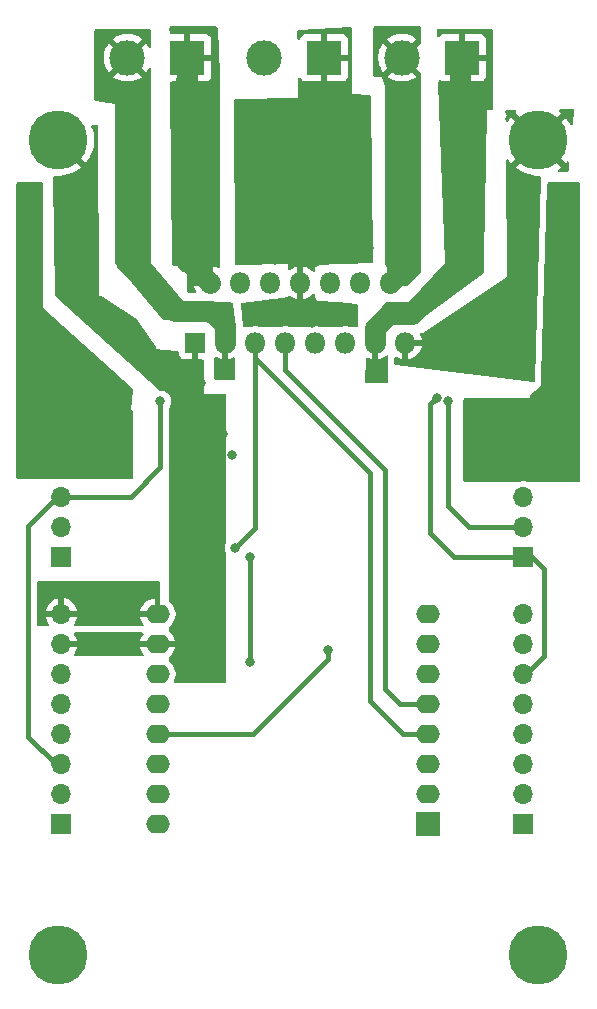
<source format=gbl>
%TF.GenerationSoftware,KiCad,Pcbnew,9.0.5*%
%TF.CreationDate,2025-11-06T15:34:49+07:00*%
%TF.ProjectId,WirelessMD,57697265-6c65-4737-934d-442e6b696361,rev?*%
%TF.SameCoordinates,Original*%
%TF.FileFunction,Copper,L2,Bot*%
%TF.FilePolarity,Positive*%
%FSLAX46Y46*%
G04 Gerber Fmt 4.6, Leading zero omitted, Abs format (unit mm)*
G04 Created by KiCad (PCBNEW 9.0.5) date 2025-11-06 15:34:49*
%MOMM*%
%LPD*%
G01*
G04 APERTURE LIST*
%TA.AperFunction,ComponentPad*%
%ADD10R,1.700000X1.700000*%
%TD*%
%TA.AperFunction,ComponentPad*%
%ADD11O,1.700000X1.700000*%
%TD*%
%TA.AperFunction,ComponentPad*%
%ADD12R,3.000000X3.000000*%
%TD*%
%TA.AperFunction,ComponentPad*%
%ADD13C,3.000000*%
%TD*%
%TA.AperFunction,ComponentPad*%
%ADD14R,2.000000X2.000000*%
%TD*%
%TA.AperFunction,ComponentPad*%
%ADD15O,2.000000X1.600000*%
%TD*%
%TA.AperFunction,ComponentPad*%
%ADD16R,1.800000X1.800000*%
%TD*%
%TA.AperFunction,ComponentPad*%
%ADD17O,1.800000X1.800000*%
%TD*%
%TA.AperFunction,ComponentPad*%
%ADD18C,0.800000*%
%TD*%
%TA.AperFunction,ComponentPad*%
%ADD19C,5.000000*%
%TD*%
%TA.AperFunction,ViaPad*%
%ADD20C,0.800000*%
%TD*%
%TA.AperFunction,Conductor*%
%ADD21C,1.800000*%
%TD*%
%TA.AperFunction,Conductor*%
%ADD22C,0.381000*%
%TD*%
G04 APERTURE END LIST*
D10*
%TO.P,J11,1,Pin_1*%
%TO.N,TX*%
X93980000Y-116063000D03*
D11*
%TO.P,J11,2,Pin_2*%
%TO.N,RX*%
X93980000Y-113523000D03*
%TO.P,J11,3,Pin_3*%
%TO.N,EN1{slash}D1*%
X93980000Y-110983000D03*
%TO.P,J11,4,Pin_4*%
%TO.N,EN2{slash}D2*%
X93980000Y-108443000D03*
%TO.P,J11,5,Pin_5*%
%TO.N,D3*%
X93980000Y-105903000D03*
%TO.P,J11,6,Pin_6*%
%TO.N,D4*%
X93980000Y-103363000D03*
%TO.P,J11,7,Pin_7*%
%TO.N,GND*%
X93980000Y-100823000D03*
%TO.P,J11,8,Pin_8*%
%TO.N,5V*%
X93980000Y-98283000D03*
%TD*%
D12*
%TO.P,J13,1,Pin_1*%
%TO.N,GND*%
X116205000Y-51181000D03*
D13*
%TO.P,J13,2,Pin_2*%
%TO.N,12_Vin*%
X111125000Y-51181000D03*
%TD*%
D14*
%TO.P,U4,1,~{RST}*%
%TO.N,RST*%
X124991000Y-116078000D03*
D15*
%TO.P,U4,2,A0*%
%TO.N,A0*%
X124991000Y-113538000D03*
%TO.P,U4,3,D0*%
%TO.N,D0*%
X124991000Y-110998000D03*
%TO.P,U4,4,SCK/D5*%
%TO.N,IN1{slash}D5*%
X124991000Y-108458000D03*
%TO.P,U4,5,MISO/D6*%
%TO.N,IN2{slash}D6*%
X124991000Y-105918000D03*
%TO.P,U4,6,MOSI/D7*%
%TO.N,IN3{slash}D7*%
X124991000Y-103378000D03*
%TO.P,U4,7,CS/D8*%
%TO.N,IN4{slash}D8*%
X124991000Y-100838000D03*
%TO.P,U4,8,3V3*%
%TO.N,3V3*%
X124991000Y-98298000D03*
%TO.P,U4,9,5V*%
%TO.N,5V*%
X102131000Y-98298000D03*
%TO.P,U4,10,GND*%
%TO.N,GND*%
X102131000Y-100838000D03*
%TO.P,U4,11,D4*%
%TO.N,D4*%
X102131000Y-103378000D03*
%TO.P,U4,12,D3*%
%TO.N,D3*%
X102131000Y-105918000D03*
%TO.P,U4,13,SDA/D2*%
%TO.N,EN2{slash}D2*%
X102131000Y-108458000D03*
%TO.P,U4,14,SCL/D1*%
%TO.N,EN1{slash}D1*%
X102131000Y-110998000D03*
%TO.P,U4,15,RX*%
%TO.N,RX*%
X102131000Y-113538000D03*
%TO.P,U4,16,TX*%
%TO.N,TX*%
X102131000Y-116078000D03*
%TD*%
D16*
%TO.P,U2,1,SENSE_A*%
%TO.N,GND*%
X105325000Y-75309000D03*
D17*
%TO.P,U2,2,OUT1*%
%TO.N,Net-(D2-Pad1)*%
X106595000Y-70229000D03*
%TO.P,U2,3,OUT2*%
%TO.N,Net-(D4-Pad1)*%
X107865000Y-75309000D03*
%TO.P,U2,4,Vs*%
%TO.N,12_Vin*%
X109135000Y-70229000D03*
%TO.P,U2,5,IN1*%
%TO.N,IN1{slash}D5*%
X110405000Y-75309000D03*
%TO.P,U2,6,EnA*%
%TO.N,EN1{slash}D1*%
X111675000Y-70229000D03*
%TO.P,U2,7,IN2*%
%TO.N,IN2{slash}D6*%
X112945000Y-75309000D03*
%TO.P,U2,8,GND*%
%TO.N,GND*%
X114215000Y-70229000D03*
%TO.P,U2,9,Vss*%
%TO.N,5V_MD*%
X115485000Y-75309000D03*
%TO.P,U2,10,IN3*%
%TO.N,IN3{slash}D7*%
X116755000Y-70229000D03*
%TO.P,U2,11,EnB*%
%TO.N,EN2{slash}D2*%
X118025000Y-75309000D03*
%TO.P,U2,12,IN4*%
%TO.N,IN4{slash}D8*%
X119295000Y-70229000D03*
%TO.P,U2,13,OUT3*%
%TO.N,Net-(D6-Pad1)*%
X120565000Y-75309000D03*
%TO.P,U2,14,OUT4*%
%TO.N,Net-(D8-Pad1)*%
X121835000Y-70229000D03*
%TO.P,U2,15,SENSE_B*%
%TO.N,GND*%
X123105000Y-75309000D03*
%TD*%
D18*
%TO.P,REF\u002A\u002A,1*%
%TO.N,GND*%
X132491000Y-58166000D03*
X133040175Y-56840175D03*
X133040175Y-59491825D03*
X134366000Y-56291000D03*
D19*
X134366000Y-58166000D03*
D18*
X134366000Y-60041000D03*
X135691825Y-56840175D03*
X135691825Y-59491825D03*
X136241000Y-58166000D03*
%TD*%
%TO.P,REF\u002A\u002A,1*%
%TO.N,GND*%
X132491000Y-127182825D03*
X133040175Y-125857000D03*
X133040175Y-128508650D03*
X134366000Y-125307825D03*
D19*
X134366000Y-127182825D03*
D18*
X134366000Y-129057825D03*
X135691825Y-125857000D03*
X135691825Y-128508650D03*
X136241000Y-127182825D03*
%TD*%
%TO.P,REF\u002A\u002A,1*%
%TO.N,GND*%
X91821000Y-127182825D03*
X92370175Y-125857000D03*
X92370175Y-128508650D03*
X93696000Y-125307825D03*
D19*
X93696000Y-127182825D03*
D18*
X93696000Y-129057825D03*
X95021825Y-125857000D03*
X95021825Y-128508650D03*
X95571000Y-127182825D03*
%TD*%
D10*
%TO.P,J8,1,Pin_1*%
%TO.N,RST*%
X133096000Y-116078000D03*
D11*
%TO.P,J8,2,Pin_2*%
%TO.N,A0*%
X133096000Y-113538000D03*
%TO.P,J8,3,Pin_3*%
%TO.N,D0*%
X133096000Y-110998000D03*
%TO.P,J8,4,Pin_4*%
%TO.N,IN1{slash}D5*%
X133096000Y-108458000D03*
%TO.P,J8,5,Pin_5*%
%TO.N,IN2{slash}D6*%
X133096000Y-105918000D03*
%TO.P,J8,6,Pin_6*%
%TO.N,IN3{slash}D7*%
X133096000Y-103378000D03*
%TO.P,J8,7,Pin_7*%
%TO.N,IN4{slash}D8*%
X133096000Y-100838000D03*
%TO.P,J8,8,Pin_8*%
%TO.N,3V3*%
X133096000Y-98298000D03*
%TD*%
D10*
%TO.P,J4,1,Pin_1*%
%TO.N,IN3{slash}D7*%
X133096000Y-93472000D03*
D11*
%TO.P,J4,2,Pin_2*%
%TO.N,IN4{slash}D8*%
X133096000Y-90932000D03*
%TO.P,J4,3,Pin_3*%
%TO.N,EN2{slash}D2*%
X133096000Y-88392000D03*
%TD*%
D10*
%TO.P,J3,1,Pin_1*%
%TO.N,IN1{slash}D5*%
X93980000Y-93472000D03*
D11*
%TO.P,J3,2,Pin_2*%
%TO.N,IN2{slash}D6*%
X93980000Y-90932000D03*
%TO.P,J3,3,Pin_3*%
%TO.N,EN1{slash}D1*%
X93980000Y-88392000D03*
%TD*%
D12*
%TO.P,J7,1,Pin_1*%
%TO.N,Net-(D6-Pad1)*%
X127889000Y-51181000D03*
D13*
%TO.P,J7,2,Pin_2*%
%TO.N,Net-(D8-Pad1)*%
X122809000Y-51181000D03*
%TD*%
D18*
%TO.P,REF\u002A\u002A,1*%
%TO.N,GND*%
X91851000Y-58166000D03*
X92400175Y-56840175D03*
X92400175Y-59491825D03*
X93726000Y-56291000D03*
D19*
X93726000Y-58166000D03*
D18*
X93726000Y-60041000D03*
X95051825Y-56840175D03*
X95051825Y-59491825D03*
X95601000Y-58166000D03*
%TD*%
D12*
%TO.P,J6,1,Pin_1*%
%TO.N,Net-(D2-Pad1)*%
X104648000Y-51181000D03*
D13*
%TO.P,J6,2,Pin_2*%
%TO.N,Net-(D4-Pad1)*%
X99568000Y-51181000D03*
%TD*%
D20*
%TO.N,GND*%
X113995200Y-66344800D03*
X104140000Y-78740000D03*
X106934000Y-84074000D03*
X129387600Y-74676000D03*
X105029000Y-77470000D03*
X96012000Y-101346000D03*
X107442000Y-85852000D03*
X97663000Y-74549000D03*
X117094000Y-73406000D03*
X131826000Y-74676000D03*
X106172000Y-100838000D03*
X103632000Y-77343000D03*
X115570000Y-68478400D03*
X130606800Y-74676000D03*
X115265200Y-72440800D03*
X99060000Y-74549000D03*
X114858800Y-67411600D03*
X104648000Y-102108000D03*
X97790000Y-100330000D03*
X105791000Y-78740000D03*
X112064800Y-68275200D03*
X120040400Y-67310000D03*
X112318800Y-67360800D03*
X99060000Y-100330000D03*
X106172000Y-102108000D03*
X99822000Y-101346000D03*
X98552000Y-101346000D03*
X116281200Y-67411600D03*
X100330000Y-74549000D03*
X113588800Y-67411600D03*
X104648000Y-103632000D03*
X107696000Y-83058000D03*
X117602000Y-66395600D03*
X117094000Y-72390000D03*
X115925600Y-66294000D03*
X111556800Y-73558400D03*
X119938800Y-66294000D03*
X104648000Y-100838000D03*
X97282000Y-101346000D03*
X113284000Y-73406000D03*
X106172000Y-103632000D03*
X113487200Y-72390000D03*
X108458000Y-84836000D03*
X117449600Y-67310000D03*
X103632000Y-84074000D03*
X96520000Y-100330000D03*
X128117600Y-74625200D03*
X118668800Y-67310000D03*
X115163600Y-73609200D03*
%TO.N,5V*%
X97790000Y-96266000D03*
X99060000Y-97282000D03*
X96774000Y-97282000D03*
X97790000Y-98552000D03*
X95504000Y-96266000D03*
X99568000Y-98552000D03*
X96012000Y-98552000D03*
X100076000Y-96266000D03*
%TO.N,Net-(D2-Pad1)*%
X104670000Y-68304000D03*
%TO.N,12_Vin*%
X136906000Y-85852000D03*
X90932000Y-68834000D03*
X94488000Y-84328000D03*
X134112000Y-84582000D03*
X91948000Y-85852000D03*
X131064000Y-84582000D03*
X130302000Y-85852000D03*
X136398000Y-63500000D03*
X91186000Y-65024000D03*
X93726000Y-85852000D03*
X135890000Y-84582000D03*
X96012000Y-84328000D03*
X132080000Y-85852000D03*
X132588000Y-84582000D03*
X92710000Y-84328000D03*
X133604000Y-85852000D03*
X91186000Y-84328000D03*
X136906000Y-80010000D03*
X91186000Y-63754000D03*
X90932000Y-79502000D03*
X91186000Y-62484000D03*
X128778000Y-85852000D03*
X137414000Y-84582000D03*
X129540000Y-84582000D03*
X96774000Y-85852000D03*
X97536000Y-84328000D03*
X135128000Y-85852000D03*
X136906000Y-69088000D03*
X136398000Y-64770000D03*
X136398000Y-62484000D03*
X95250000Y-85852000D03*
%TO.N,Net-(D4-Pad1)*%
X107865000Y-77301000D03*
%TO.N,Net-(D6-Pad1)*%
X120565000Y-77301000D03*
%TO.N,Net-(D8-Pad1)*%
X123337000Y-68727000D03*
%TO.N,IN1{slash}D5*%
X108712000Y-92710000D03*
%TO.N,IN2{slash}D6*%
X109982000Y-102362000D03*
X109982000Y-93472000D03*
%TO.N,EN1{slash}D1*%
X102362000Y-80264000D03*
%TO.N,IN3{slash}D7*%
X125797495Y-79947232D03*
%TO.N,IN4{slash}D8*%
X126746000Y-80264000D03*
%TO.N,EN2{slash}D2*%
X116586000Y-101346000D03*
%TD*%
D21*
%TO.N,GND*%
X116078000Y-51308000D02*
X116205000Y-51181000D01*
%TO.N,Net-(D2-Pad1)*%
X104819000Y-68453000D02*
X104648000Y-68453000D01*
X104648000Y-52959000D02*
X104648000Y-51181000D01*
X104521000Y-53086000D02*
X104648000Y-52959000D01*
X104521000Y-68326000D02*
X104521000Y-53086000D01*
X104648000Y-68453000D02*
X104521000Y-68326000D01*
X106595000Y-70229000D02*
X104819000Y-68453000D01*
%TO.N,Net-(D4-Pad1)*%
X107865000Y-73829000D02*
X106680000Y-72644000D01*
X107865000Y-75309000D02*
X107865000Y-73829000D01*
X103632000Y-72644000D02*
X99441000Y-68453000D01*
X106680000Y-72644000D02*
X103632000Y-72644000D01*
%TO.N,Net-(D6-Pad1)*%
X120565000Y-74036208D02*
X121703208Y-72898000D01*
X123698000Y-72898000D02*
X127635000Y-68961000D01*
X127762000Y-51308000D02*
X127889000Y-51181000D01*
X127762000Y-68834000D02*
X127762000Y-51308000D01*
X121703208Y-72898000D02*
X123698000Y-72898000D01*
X120565000Y-75309000D02*
X120565000Y-74036208D01*
%TO.N,Net-(D8-Pad1)*%
X121835000Y-70229000D02*
X122682000Y-69382000D01*
X122682000Y-51308000D02*
X122809000Y-51181000D01*
D22*
%TO.N,IN1{slash}D5*%
X110405000Y-76623000D02*
X110405000Y-75309000D01*
X122936000Y-108458000D02*
X120142000Y-105664000D01*
X120142000Y-105664000D02*
X120142000Y-86360000D01*
X124991000Y-108458000D02*
X122936000Y-108458000D01*
X110405000Y-91017000D02*
X110405000Y-75309000D01*
X108712000Y-92710000D02*
X110405000Y-91017000D01*
X120142000Y-86360000D02*
X110405000Y-76623000D01*
%TO.N,IN2{slash}D6*%
X124991000Y-105918000D02*
X122682000Y-105918000D01*
X122682000Y-105918000D02*
X121412000Y-104648000D01*
X109982000Y-93472000D02*
X109982000Y-102362000D01*
X121412000Y-86055200D02*
X112945000Y-77588200D01*
X112945000Y-77588200D02*
X112945000Y-75309000D01*
X121412000Y-104648000D02*
X121412000Y-86055200D01*
%TO.N,EN1{slash}D1*%
X99837000Y-88392000D02*
X93980000Y-88392000D01*
X102362000Y-80264000D02*
X102362000Y-85867000D01*
X93507800Y-110983000D02*
X93980000Y-110983000D01*
X91186000Y-108661200D02*
X93507800Y-110983000D01*
X102362000Y-85867000D02*
X99837000Y-88392000D01*
X93624400Y-88392000D02*
X91186000Y-90830400D01*
X91186000Y-90830400D02*
X91186000Y-108661200D01*
X93980000Y-88392000D02*
X93624400Y-88392000D01*
%TO.N,IN3{slash}D7*%
X133858000Y-93472000D02*
X134874000Y-94488000D01*
X134874000Y-94488000D02*
X134874000Y-101854000D01*
X125222000Y-91440000D02*
X127254000Y-93472000D01*
X125797495Y-79947232D02*
X125222000Y-80522727D01*
X125222000Y-80522727D02*
X125222000Y-91440000D01*
X127254000Y-93472000D02*
X133858000Y-93472000D01*
X134874000Y-101854000D02*
X133350000Y-103378000D01*
%TO.N,IN4{slash}D8*%
X128524000Y-90932000D02*
X133096000Y-90932000D01*
X126746000Y-80264000D02*
X126746000Y-89154000D01*
X126746000Y-89154000D02*
X128524000Y-90932000D01*
%TO.N,EN2{slash}D2*%
X116586000Y-101346000D02*
X116586000Y-102108000D01*
X116586000Y-102108000D02*
X110236000Y-108458000D01*
X110236000Y-108458000D02*
X102131000Y-108458000D01*
%TD*%
%TA.AperFunction,Conductor*%
%TO.N,GND*%
G36*
X114469000Y-71614320D02*
G01*
X114544709Y-71602329D01*
X114544711Y-71602329D01*
X114755483Y-71533844D01*
X114755485Y-71533843D01*
X114952956Y-71433227D01*
X115132251Y-71302961D01*
X115226494Y-71208718D01*
X115288806Y-71174693D01*
X115359622Y-71179757D01*
X115416458Y-71222303D01*
X115436742Y-71263198D01*
X115569999Y-71729600D01*
X115721924Y-71738040D01*
X117393118Y-71830884D01*
X117404435Y-71832028D01*
X119018333Y-72069366D01*
X119082818Y-72099066D01*
X119121010Y-72158915D01*
X119126000Y-72194025D01*
X119126000Y-73889600D01*
X119105998Y-73957721D01*
X119052342Y-74004214D01*
X119000000Y-74015600D01*
X118619295Y-74015600D01*
X118570911Y-74003981D01*
X118570247Y-74005586D01*
X118565682Y-74003695D01*
X118565676Y-74003692D01*
X118469194Y-73972343D01*
X118354829Y-73935183D01*
X118354825Y-73935182D01*
X118354824Y-73935182D01*
X118135851Y-73900500D01*
X117914149Y-73900500D01*
X117695176Y-73935182D01*
X117695170Y-73935183D01*
X117484327Y-74003691D01*
X117484324Y-74003692D01*
X117484321Y-74003693D01*
X117479753Y-74005586D01*
X117479088Y-74003981D01*
X117430705Y-74015600D01*
X116079295Y-74015600D01*
X116030911Y-74003981D01*
X116030247Y-74005586D01*
X116025682Y-74003695D01*
X116025676Y-74003692D01*
X115929194Y-73972343D01*
X115814829Y-73935183D01*
X115814825Y-73935182D01*
X115814824Y-73935182D01*
X115595851Y-73900500D01*
X115374149Y-73900500D01*
X115155176Y-73935182D01*
X115155170Y-73935183D01*
X114944327Y-74003691D01*
X114944324Y-74003692D01*
X114944321Y-74003693D01*
X114939753Y-74005586D01*
X114939088Y-74003981D01*
X114890705Y-74015600D01*
X113539295Y-74015600D01*
X113490911Y-74003981D01*
X113490247Y-74005586D01*
X113485682Y-74003695D01*
X113485676Y-74003692D01*
X113389194Y-73972343D01*
X113274829Y-73935183D01*
X113274825Y-73935182D01*
X113274824Y-73935182D01*
X113055851Y-73900500D01*
X112834149Y-73900500D01*
X112615176Y-73935182D01*
X112615170Y-73935183D01*
X112404327Y-74003691D01*
X112404324Y-74003692D01*
X112404321Y-74003693D01*
X112399753Y-74005586D01*
X112399088Y-74003981D01*
X112350705Y-74015600D01*
X110999295Y-74015600D01*
X110950911Y-74003981D01*
X110950247Y-74005586D01*
X110945682Y-74003695D01*
X110945676Y-74003692D01*
X110849194Y-73972343D01*
X110734829Y-73935183D01*
X110734825Y-73935182D01*
X110734824Y-73935182D01*
X110515851Y-73900500D01*
X110294149Y-73900500D01*
X110075176Y-73935182D01*
X110075170Y-73935183D01*
X109864327Y-74003691D01*
X109864324Y-74003692D01*
X109864321Y-74003693D01*
X109859753Y-74005586D01*
X109859088Y-74003981D01*
X109810705Y-74015600D01*
X109438717Y-74015600D01*
X109370596Y-73995598D01*
X109324103Y-73941942D01*
X109313053Y-73898795D01*
X109178018Y-72053314D01*
X109192996Y-71983915D01*
X109243115Y-71933631D01*
X109289237Y-71918949D01*
X111279085Y-71689351D01*
X111721274Y-71638330D01*
X111728465Y-71637500D01*
X111785851Y-71637500D01*
X111939843Y-71613109D01*
X113131600Y-71475600D01*
X113131600Y-71429536D01*
X113151602Y-71361415D01*
X113205258Y-71314922D01*
X113275532Y-71304818D01*
X113331661Y-71327600D01*
X113477043Y-71433227D01*
X113674514Y-71533843D01*
X113674516Y-71533844D01*
X113885289Y-71602329D01*
X113961000Y-71614320D01*
X113961000Y-70659702D01*
X114022007Y-70694925D01*
X114149174Y-70729000D01*
X114280826Y-70729000D01*
X114407993Y-70694925D01*
X114469000Y-70659702D01*
X114469000Y-71614320D01*
G37*
%TD.AperFunction*%
%TA.AperFunction,Conductor*%
G36*
X118503403Y-48588336D02*
G01*
X118552769Y-48639361D01*
X118567200Y-48697912D01*
X118567200Y-54254400D01*
X120072470Y-54301439D01*
X120139930Y-54323560D01*
X120184725Y-54378641D01*
X120194519Y-54425578D01*
X120394248Y-68406560D01*
X120375221Y-68474960D01*
X120322235Y-68522214D01*
X120273452Y-68534253D01*
X115468400Y-68732399D01*
X115448812Y-69173127D01*
X115425805Y-69240292D01*
X115370138Y-69284357D01*
X115299484Y-69291330D01*
X115236277Y-69258999D01*
X115233841Y-69256627D01*
X115132253Y-69155039D01*
X114952956Y-69024772D01*
X114755485Y-68924156D01*
X114755483Y-68924155D01*
X114544709Y-68855669D01*
X114469000Y-68843678D01*
X114469000Y-69798297D01*
X114407993Y-69763075D01*
X114280826Y-69729000D01*
X114149174Y-69729000D01*
X114022007Y-69763075D01*
X113961000Y-69798297D01*
X113961000Y-68843678D01*
X113885290Y-68855669D01*
X113674516Y-68924155D01*
X113674514Y-68924156D01*
X113477043Y-69024772D01*
X113331661Y-69130399D01*
X113264793Y-69154258D01*
X113195642Y-69138177D01*
X113146161Y-69087263D01*
X113131600Y-69028463D01*
X113131600Y-68681599D01*
X108787712Y-68730962D01*
X108719368Y-68711735D01*
X108672269Y-68658611D01*
X108660283Y-68605883D01*
X108659764Y-68534253D01*
X108560502Y-54836181D01*
X108580010Y-54767920D01*
X108633328Y-54721040D01*
X108684164Y-54709293D01*
X114046000Y-54610000D01*
X114017557Y-52988767D01*
X114036360Y-52920311D01*
X114089192Y-52872884D01*
X114159278Y-52861549D01*
X114224366Y-52889905D01*
X114248965Y-52919888D01*
X114249153Y-52919748D01*
X114252299Y-52923951D01*
X114254124Y-52926175D01*
X114254554Y-52926963D01*
X114342095Y-53043904D01*
X114459034Y-53131444D01*
X114595906Y-53182494D01*
X114656402Y-53188999D01*
X114656415Y-53189000D01*
X115951000Y-53189000D01*
X115951000Y-51898407D01*
X115983316Y-51911793D01*
X116130147Y-51941000D01*
X116279853Y-51941000D01*
X116426684Y-51911793D01*
X116459000Y-51898407D01*
X116459000Y-53189000D01*
X117753585Y-53189000D01*
X117753597Y-53188999D01*
X117814093Y-53182494D01*
X117950964Y-53131444D01*
X117950965Y-53131444D01*
X118067904Y-53043904D01*
X118155444Y-52926965D01*
X118155444Y-52926964D01*
X118206494Y-52790093D01*
X118212999Y-52729597D01*
X118213000Y-52729585D01*
X118213000Y-51435000D01*
X116922407Y-51435000D01*
X116935793Y-51402684D01*
X116965000Y-51255853D01*
X116965000Y-51106147D01*
X116935793Y-50959316D01*
X116922407Y-50927000D01*
X118213000Y-50927000D01*
X118213000Y-49632414D01*
X118212999Y-49632402D01*
X118206494Y-49571906D01*
X118155444Y-49435035D01*
X118155444Y-49435034D01*
X118067904Y-49318095D01*
X117950965Y-49230555D01*
X117814093Y-49179505D01*
X117753597Y-49173000D01*
X116459000Y-49173000D01*
X116459000Y-50463592D01*
X116426684Y-50450207D01*
X116279853Y-50421000D01*
X116130147Y-50421000D01*
X115983316Y-50450207D01*
X115951000Y-50463592D01*
X115951000Y-49173000D01*
X114656402Y-49173000D01*
X114595906Y-49179505D01*
X114459035Y-49230555D01*
X114459034Y-49230555D01*
X114342095Y-49318095D01*
X114254555Y-49435034D01*
X114254553Y-49435039D01*
X114201030Y-49578538D01*
X114158483Y-49635374D01*
X114091963Y-49660184D01*
X114022589Y-49645092D01*
X113972387Y-49594890D01*
X113956995Y-49536719D01*
X113946529Y-48940159D01*
X113965334Y-48871699D01*
X114018165Y-48824272D01*
X114065592Y-48812141D01*
X118434290Y-48572102D01*
X118503403Y-48588336D01*
G37*
%TD.AperFunction*%
%TD*%
%TA.AperFunction,Conductor*%
%TO.N,GND*%
G36*
X133412554Y-58980320D02*
G01*
X133551680Y-59119446D01*
X133679149Y-59212058D01*
X132425405Y-60465802D01*
X132425405Y-60465804D01*
X132622613Y-60623072D01*
X132908677Y-60802819D01*
X133213064Y-60949404D01*
X133213091Y-60949415D01*
X133531960Y-61060992D01*
X133861342Y-61136172D01*
X134197073Y-61174000D01*
X134462798Y-61174000D01*
X134530919Y-61194002D01*
X134577412Y-61247658D01*
X134588736Y-61303952D01*
X134047787Y-78540970D01*
X134025658Y-78608430D01*
X133970570Y-78653217D01*
X133906436Y-78662072D01*
X122284587Y-77229630D01*
X122219424Y-77201445D01*
X122179844Y-77142505D01*
X122174000Y-77104576D01*
X122174000Y-76619919D01*
X122194002Y-76551798D01*
X122247658Y-76505305D01*
X122317932Y-76495201D01*
X122362484Y-76511279D01*
X122362636Y-76510982D01*
X122365006Y-76512189D01*
X122365844Y-76512492D01*
X122367048Y-76513230D01*
X122564514Y-76613843D01*
X122564516Y-76613844D01*
X122775289Y-76682329D01*
X122851000Y-76694320D01*
X122851000Y-75739702D01*
X122912007Y-75774925D01*
X123039174Y-75809000D01*
X123170826Y-75809000D01*
X123297993Y-75774925D01*
X123359000Y-75739702D01*
X123359000Y-76694320D01*
X123434709Y-76682329D01*
X123434711Y-76682329D01*
X123645483Y-76613844D01*
X123645485Y-76613843D01*
X123842956Y-76513227D01*
X124022253Y-76382960D01*
X124178960Y-76226253D01*
X124309227Y-76046956D01*
X124409843Y-75849485D01*
X124409844Y-75849483D01*
X124478330Y-75638709D01*
X124490322Y-75563000D01*
X123535703Y-75563000D01*
X123570925Y-75501993D01*
X123605000Y-75374826D01*
X123605000Y-75243174D01*
X123570925Y-75116007D01*
X123535703Y-75055000D01*
X124490321Y-75055000D01*
X124478330Y-74979290D01*
X124409844Y-74768516D01*
X124409843Y-74768514D01*
X124350826Y-74652685D01*
X124337722Y-74582908D01*
X124364422Y-74517123D01*
X124422450Y-74476217D01*
X124465702Y-74469509D01*
X124576823Y-74471813D01*
X131688823Y-69772813D01*
X131603935Y-59862417D01*
X131623352Y-59794131D01*
X131676608Y-59747180D01*
X131746793Y-59736474D01*
X131811624Y-59765413D01*
X131836617Y-59794305D01*
X131908927Y-59909386D01*
X132066194Y-60106593D01*
X132066196Y-60106593D01*
X132730692Y-59442097D01*
X132790175Y-59442097D01*
X132790175Y-59541553D01*
X132828235Y-59633439D01*
X132898561Y-59703765D01*
X132990447Y-59741825D01*
X133089903Y-59741825D01*
X133181789Y-59703765D01*
X133252115Y-59633439D01*
X133290175Y-59541553D01*
X133290175Y-59442097D01*
X133252115Y-59350211D01*
X133181789Y-59279885D01*
X133089903Y-59241825D01*
X132990447Y-59241825D01*
X132898561Y-59279885D01*
X132828235Y-59350211D01*
X132790175Y-59442097D01*
X132730692Y-59442097D01*
X133319940Y-58852849D01*
X133412554Y-58980320D01*
G37*
%TD.AperFunction*%
%TA.AperFunction,Conductor*%
G36*
X136665803Y-60106594D02*
G01*
X136753036Y-59997208D01*
X136811147Y-59956420D01*
X136882085Y-59953525D01*
X136943327Y-59989440D01*
X136975429Y-60052764D01*
X136976979Y-60087714D01*
X136916329Y-60724543D01*
X136889959Y-60790460D01*
X136832137Y-60831657D01*
X136797189Y-60838440D01*
X136159266Y-60870336D01*
X136090232Y-60853760D01*
X136041117Y-60802493D01*
X136027517Y-60732812D01*
X136053748Y-60666839D01*
X136085940Y-60637805D01*
X136109382Y-60623075D01*
X136306594Y-60465803D01*
X135282888Y-59442097D01*
X135441825Y-59442097D01*
X135441825Y-59541553D01*
X135479885Y-59633439D01*
X135550211Y-59703765D01*
X135642097Y-59741825D01*
X135741553Y-59741825D01*
X135833439Y-59703765D01*
X135903765Y-59633439D01*
X135941825Y-59541553D01*
X135941825Y-59442097D01*
X135903765Y-59350211D01*
X135833439Y-59279885D01*
X135741553Y-59241825D01*
X135642097Y-59241825D01*
X135550211Y-59279885D01*
X135479885Y-59350211D01*
X135441825Y-59442097D01*
X135282888Y-59442097D01*
X135052850Y-59212059D01*
X135180320Y-59119446D01*
X135319446Y-58980320D01*
X135412059Y-58852850D01*
X136665803Y-60106594D01*
G37*
%TD.AperFunction*%
%TA.AperFunction,Conductor*%
G36*
X132457587Y-55624461D02*
G01*
X132505211Y-55677115D01*
X132516808Y-55747159D01*
X132488695Y-55812352D01*
X132470297Y-55830395D01*
X132425405Y-55866194D01*
X132425405Y-55866196D01*
X133679149Y-57119940D01*
X133551680Y-57212554D01*
X133412554Y-57351680D01*
X133319940Y-57479149D01*
X132631238Y-56790447D01*
X132790175Y-56790447D01*
X132790175Y-56889903D01*
X132828235Y-56981789D01*
X132898561Y-57052115D01*
X132990447Y-57090175D01*
X133089903Y-57090175D01*
X133181789Y-57052115D01*
X133252115Y-56981789D01*
X133290175Y-56889903D01*
X133290175Y-56790447D01*
X133252115Y-56698561D01*
X133181789Y-56628235D01*
X133089903Y-56590175D01*
X132990447Y-56590175D01*
X132898561Y-56628235D01*
X132828235Y-56698561D01*
X132790175Y-56790447D01*
X132631238Y-56790447D01*
X132066196Y-56225405D01*
X132066195Y-56225405D01*
X131908930Y-56422609D01*
X131807965Y-56583294D01*
X131807885Y-56583364D01*
X131807856Y-56583467D01*
X131781388Y-56606801D01*
X131754786Y-56630331D01*
X131754680Y-56630347D01*
X131754600Y-56630418D01*
X131719549Y-56635764D01*
X131684619Y-56641151D01*
X131684521Y-56641107D01*
X131684415Y-56641124D01*
X131651888Y-56626604D01*
X131619741Y-56612318D01*
X131619682Y-56612228D01*
X131619584Y-56612185D01*
X131600025Y-56582317D01*
X131580750Y-56552986D01*
X131580729Y-56552849D01*
X131580690Y-56552790D01*
X131575283Y-56517336D01*
X131573132Y-56266260D01*
X131592549Y-56197975D01*
X131645805Y-56151024D01*
X131704161Y-56139286D01*
X131726576Y-56140183D01*
X131544706Y-55808073D01*
X131529531Y-55738719D01*
X131554261Y-55672169D01*
X131611045Y-55629553D01*
X131652539Y-55621584D01*
X132389059Y-55605913D01*
X132457587Y-55624461D01*
G37*
%TD.AperFunction*%
%TA.AperFunction,Conductor*%
G36*
X137340997Y-55520559D02*
G01*
X137388620Y-55573214D01*
X137400578Y-55639928D01*
X137292774Y-56771859D01*
X137266404Y-56837777D01*
X137208582Y-56878973D01*
X137137667Y-56882369D01*
X137076173Y-56846885D01*
X137053820Y-56814582D01*
X137002819Y-56708677D01*
X136823072Y-56422613D01*
X136665804Y-56225405D01*
X136665802Y-56225405D01*
X135412058Y-57479149D01*
X135319446Y-57351680D01*
X135180320Y-57212554D01*
X135052849Y-57119940D01*
X135382342Y-56790447D01*
X135441825Y-56790447D01*
X135441825Y-56889903D01*
X135479885Y-56981789D01*
X135550211Y-57052115D01*
X135642097Y-57090175D01*
X135741553Y-57090175D01*
X135833439Y-57052115D01*
X135903765Y-56981789D01*
X135941825Y-56889903D01*
X135941825Y-56790447D01*
X135903765Y-56698561D01*
X135833439Y-56628235D01*
X135741553Y-56590175D01*
X135642097Y-56590175D01*
X135550211Y-56628235D01*
X135479885Y-56698561D01*
X135441825Y-56790447D01*
X135382342Y-56790447D01*
X136306593Y-55866196D01*
X136306593Y-55866194D01*
X136159093Y-55748567D01*
X136118305Y-55690456D01*
X136115410Y-55619518D01*
X136151325Y-55558276D01*
X136214649Y-55526174D01*
X136234964Y-55524085D01*
X137272467Y-55502011D01*
X137340997Y-55520559D01*
G37*
%TD.AperFunction*%
%TD*%
%TA.AperFunction,Conductor*%
%TO.N,Net-(D6-Pad1)*%
G36*
X120819000Y-76694320D02*
G01*
X120894709Y-76682329D01*
X120894711Y-76682329D01*
X121105483Y-76613844D01*
X121105485Y-76613843D01*
X121302956Y-76513227D01*
X121465939Y-76394813D01*
X121532806Y-76370955D01*
X121601958Y-76387035D01*
X121651438Y-76437949D01*
X121666000Y-76496749D01*
X121666000Y-78614000D01*
X121645998Y-78682121D01*
X121592342Y-78728614D01*
X121540000Y-78740000D01*
X119766806Y-78740000D01*
X119698685Y-78719998D01*
X119652192Y-78666342D01*
X119640980Y-78607378D01*
X119742984Y-76669294D01*
X119766538Y-76602323D01*
X119822563Y-76558715D01*
X119893271Y-76552318D01*
X119926012Y-76563654D01*
X120024514Y-76613843D01*
X120024516Y-76613844D01*
X120235289Y-76682329D01*
X120311000Y-76694320D01*
X120311000Y-75739702D01*
X120372007Y-75774925D01*
X120499174Y-75809000D01*
X120630826Y-75809000D01*
X120757993Y-75774925D01*
X120819000Y-75739702D01*
X120819000Y-76694320D01*
G37*
%TD.AperFunction*%
%TA.AperFunction,Conductor*%
G36*
X130498121Y-48788002D02*
G01*
X130544614Y-48841658D01*
X130556000Y-48894000D01*
X130556000Y-55500000D01*
X130535998Y-55568121D01*
X130482342Y-55614614D01*
X130430000Y-55626000D01*
X130048000Y-55626000D01*
X129794000Y-68072011D01*
X129794000Y-69278448D01*
X129773998Y-69346569D01*
X129742893Y-69379774D01*
X123979272Y-73639842D01*
X123918293Y-73663745D01*
X121666000Y-73913999D01*
X121666000Y-74121250D01*
X121645998Y-74189371D01*
X121592342Y-74235864D01*
X121522068Y-74245968D01*
X121465939Y-74223186D01*
X121302956Y-74104772D01*
X121105485Y-74004156D01*
X121105483Y-74004155D01*
X120894709Y-73935669D01*
X120819000Y-73923678D01*
X120819000Y-74878297D01*
X120757993Y-74843075D01*
X120630826Y-74809000D01*
X120499174Y-74809000D01*
X120372007Y-74843075D01*
X120311000Y-74878297D01*
X120311000Y-73923678D01*
X120235288Y-73935670D01*
X120133173Y-73968849D01*
X120062205Y-73970876D01*
X120001407Y-73934214D01*
X119970082Y-73870501D01*
X119978176Y-73799967D01*
X119993433Y-73773421D01*
X121374200Y-71932400D01*
X121431074Y-71889905D01*
X121475000Y-71882000D01*
X123444000Y-71882000D01*
X126491999Y-68580001D01*
X126492000Y-68580000D01*
X125900712Y-53206529D01*
X125918081Y-53137692D01*
X125969910Y-53089172D01*
X126039744Y-53076374D01*
X126102129Y-53100822D01*
X126143033Y-53131443D01*
X126143035Y-53131444D01*
X126279906Y-53182494D01*
X126340402Y-53188999D01*
X126340415Y-53189000D01*
X127635000Y-53189000D01*
X127635000Y-51898407D01*
X127667316Y-51911793D01*
X127814147Y-51941000D01*
X127963853Y-51941000D01*
X128110684Y-51911793D01*
X128143000Y-51898407D01*
X128143000Y-53189000D01*
X129437585Y-53189000D01*
X129437597Y-53188999D01*
X129498093Y-53182494D01*
X129634964Y-53131444D01*
X129634965Y-53131444D01*
X129751904Y-53043904D01*
X129839444Y-52926965D01*
X129839444Y-52926964D01*
X129890494Y-52790093D01*
X129896999Y-52729597D01*
X129897000Y-52729585D01*
X129897000Y-51435000D01*
X128606407Y-51435000D01*
X128619793Y-51402684D01*
X128649000Y-51255853D01*
X128649000Y-51106147D01*
X128619793Y-50959316D01*
X128606407Y-50927000D01*
X129897000Y-50927000D01*
X129897000Y-49632414D01*
X129896999Y-49632402D01*
X129890494Y-49571906D01*
X129839444Y-49435035D01*
X129839444Y-49435034D01*
X129751904Y-49318095D01*
X129634965Y-49230555D01*
X129498093Y-49179505D01*
X129437597Y-49173000D01*
X128143000Y-49173000D01*
X128143000Y-50463592D01*
X128110684Y-50450207D01*
X127963853Y-50421000D01*
X127814147Y-50421000D01*
X127667316Y-50450207D01*
X127635000Y-50463592D01*
X127635000Y-49173000D01*
X126340402Y-49173000D01*
X126279906Y-49179505D01*
X126143035Y-49230555D01*
X126143034Y-49230555D01*
X126026094Y-49318096D01*
X125977699Y-49382744D01*
X125920863Y-49425290D01*
X125850047Y-49430354D01*
X125787735Y-49396328D01*
X125753711Y-49334016D01*
X125750926Y-49312087D01*
X125735032Y-48898840D01*
X125752401Y-48830003D01*
X125804231Y-48781483D01*
X125860939Y-48768000D01*
X130430000Y-48768000D01*
X130498121Y-48788002D01*
G37*
%TD.AperFunction*%
%TD*%
%TA.AperFunction,Conductor*%
%TO.N,Net-(D2-Pad1)*%
G36*
X107137750Y-48534002D02*
G01*
X107184243Y-48587658D01*
X107195383Y-48632138D01*
X107441755Y-52574080D01*
X107442000Y-52581940D01*
X107442000Y-68874719D01*
X107421998Y-68942840D01*
X107368342Y-68989333D01*
X107298068Y-68999437D01*
X107258798Y-68986986D01*
X107135491Y-68924158D01*
X107135483Y-68924155D01*
X106924709Y-68855669D01*
X106849000Y-68843678D01*
X106849000Y-69798297D01*
X106787993Y-69763075D01*
X106660826Y-69729000D01*
X106529174Y-69729000D01*
X106402007Y-69763075D01*
X106341000Y-69798297D01*
X106341000Y-68843678D01*
X106265290Y-68855669D01*
X106054516Y-68924155D01*
X106054514Y-68924156D01*
X105857043Y-69024772D01*
X105677746Y-69155039D01*
X105521039Y-69311746D01*
X105390772Y-69491043D01*
X105290156Y-69688514D01*
X105290155Y-69688516D01*
X105221669Y-69899290D01*
X105209678Y-69975000D01*
X106164297Y-69975000D01*
X106129075Y-70036007D01*
X106095000Y-70163174D01*
X106095000Y-70294826D01*
X106129075Y-70421993D01*
X106164297Y-70483000D01*
X105209678Y-70483000D01*
X105221669Y-70558709D01*
X105290155Y-70769483D01*
X105290158Y-70769491D01*
X105375405Y-70936798D01*
X105388509Y-71006574D01*
X105361809Y-71072359D01*
X105303781Y-71113265D01*
X105263138Y-71120000D01*
X104774000Y-71120000D01*
X104705879Y-71099998D01*
X104659386Y-71046342D01*
X104648000Y-70994000D01*
X104648000Y-68834000D01*
X103502435Y-68834000D01*
X103434314Y-68813998D01*
X103387821Y-68760342D01*
X103376445Y-68709575D01*
X103184033Y-53316575D01*
X103203182Y-53248209D01*
X103256252Y-53201050D01*
X103310023Y-53189000D01*
X104394000Y-53189000D01*
X104394000Y-51898407D01*
X104426316Y-51911793D01*
X104573147Y-51941000D01*
X104722853Y-51941000D01*
X104869684Y-51911793D01*
X104902000Y-51898407D01*
X104902000Y-53189000D01*
X106196585Y-53189000D01*
X106196597Y-53188999D01*
X106257093Y-53182494D01*
X106393964Y-53131444D01*
X106393965Y-53131444D01*
X106510904Y-53043904D01*
X106598444Y-52926965D01*
X106598444Y-52926964D01*
X106649494Y-52790093D01*
X106655999Y-52729597D01*
X106656000Y-52729585D01*
X106656000Y-51435000D01*
X105365407Y-51435000D01*
X105378793Y-51402684D01*
X105408000Y-51255853D01*
X105408000Y-51106147D01*
X105378793Y-50959316D01*
X105365407Y-50927000D01*
X106656000Y-50927000D01*
X106656000Y-49632414D01*
X106655999Y-49632402D01*
X106649494Y-49571906D01*
X106598444Y-49435035D01*
X106598444Y-49435034D01*
X106510904Y-49318095D01*
X106393965Y-49230555D01*
X106257093Y-49179505D01*
X106196597Y-49173000D01*
X104902000Y-49173000D01*
X104902000Y-50463592D01*
X104869684Y-50450207D01*
X104722853Y-50421000D01*
X104573147Y-50421000D01*
X104426316Y-50450207D01*
X104394000Y-50463592D01*
X104394000Y-49173000D01*
X103256673Y-49173000D01*
X103188552Y-49152998D01*
X103142059Y-49099342D01*
X103130683Y-49048575D01*
X103125595Y-48641575D01*
X103144744Y-48573210D01*
X103197814Y-48526050D01*
X103251585Y-48514000D01*
X107069629Y-48514000D01*
X107137750Y-48534002D01*
G37*
%TD.AperFunction*%
%TD*%
%TA.AperFunction,Conductor*%
%TO.N,5V*%
G36*
X102304121Y-95524002D02*
G01*
X102350614Y-95577658D01*
X102362000Y-95630000D01*
X102362000Y-97854018D01*
X102323993Y-97832075D01*
X102196826Y-97798000D01*
X102065174Y-97798000D01*
X101938007Y-97832075D01*
X101877000Y-97867297D01*
X101877000Y-96990000D01*
X101828061Y-96990000D01*
X101624703Y-97022208D01*
X101428906Y-97085826D01*
X101428900Y-97085829D01*
X101245454Y-97179300D01*
X101078892Y-97300315D01*
X101078889Y-97300317D01*
X100933317Y-97445889D01*
X100933315Y-97445892D01*
X100812300Y-97612454D01*
X100718829Y-97795900D01*
X100718826Y-97795906D01*
X100655208Y-97991704D01*
X100646926Y-98044000D01*
X101700297Y-98044000D01*
X101665075Y-98105007D01*
X101631000Y-98232174D01*
X101631000Y-98363826D01*
X101665075Y-98490993D01*
X101700297Y-98552000D01*
X100646926Y-98552000D01*
X100655208Y-98604295D01*
X100718826Y-98800093D01*
X100718829Y-98800099D01*
X100812300Y-98983545D01*
X100907037Y-99113939D01*
X100930895Y-99180807D01*
X100914815Y-99249958D01*
X100863901Y-99299438D01*
X100805101Y-99314000D01*
X95156803Y-99314000D01*
X95088682Y-99293998D01*
X95042189Y-99240342D01*
X95032085Y-99170068D01*
X95054867Y-99113938D01*
X95141465Y-98994746D01*
X95238506Y-98804292D01*
X95238509Y-98804286D01*
X95304559Y-98601004D01*
X95314698Y-98537000D01*
X94410703Y-98537000D01*
X94445925Y-98475993D01*
X94480000Y-98348826D01*
X94480000Y-98217174D01*
X94445925Y-98090007D01*
X94410703Y-98029000D01*
X95314697Y-98029000D01*
X95304559Y-97964995D01*
X95238509Y-97761713D01*
X95238506Y-97761707D01*
X95141463Y-97571249D01*
X95015822Y-97398320D01*
X94864679Y-97247177D01*
X94691750Y-97121536D01*
X94501292Y-97024493D01*
X94501286Y-97024490D01*
X94298004Y-96958440D01*
X94234000Y-96948302D01*
X94234000Y-97852297D01*
X94172993Y-97817075D01*
X94045826Y-97783000D01*
X93914174Y-97783000D01*
X93787007Y-97817075D01*
X93726000Y-97852297D01*
X93726000Y-96948302D01*
X93661995Y-96958440D01*
X93458713Y-97024490D01*
X93458707Y-97024493D01*
X93268249Y-97121536D01*
X93095320Y-97247177D01*
X92944177Y-97398320D01*
X92818536Y-97571249D01*
X92721493Y-97761707D01*
X92721490Y-97761713D01*
X92655440Y-97964995D01*
X92645302Y-98029000D01*
X93549297Y-98029000D01*
X93514075Y-98090007D01*
X93480000Y-98217174D01*
X93480000Y-98348826D01*
X93514075Y-98475993D01*
X93549297Y-98537000D01*
X92645302Y-98537000D01*
X92655440Y-98601004D01*
X92721490Y-98804286D01*
X92721493Y-98804292D01*
X92818534Y-98994746D01*
X92905133Y-99113938D01*
X92928991Y-99180806D01*
X92912911Y-99249958D01*
X92861998Y-99299438D01*
X92803197Y-99314000D01*
X92011000Y-99314000D01*
X91942879Y-99293998D01*
X91896386Y-99240342D01*
X91885000Y-99188000D01*
X91885000Y-95630000D01*
X91905002Y-95561879D01*
X91958658Y-95515386D01*
X92011000Y-95504000D01*
X102236000Y-95504000D01*
X102304121Y-95524002D01*
G37*
%TD.AperFunction*%
%TD*%
%TA.AperFunction,Conductor*%
%TO.N,Net-(D4-Pad1)*%
G36*
X108119000Y-76694320D02*
G01*
X108194709Y-76682329D01*
X108194711Y-76682329D01*
X108405483Y-76613844D01*
X108405485Y-76613843D01*
X108528797Y-76551013D01*
X108598574Y-76537909D01*
X108664358Y-76564609D01*
X108705265Y-76622636D01*
X108712000Y-76663280D01*
X108712000Y-78360000D01*
X108691998Y-78428121D01*
X108638342Y-78474614D01*
X108586000Y-78486000D01*
X107060000Y-78486000D01*
X106991879Y-78465998D01*
X106945386Y-78412342D01*
X106934000Y-78360000D01*
X106934000Y-76619919D01*
X106954002Y-76551798D01*
X107007658Y-76505305D01*
X107077932Y-76495201D01*
X107122484Y-76511279D01*
X107122636Y-76510982D01*
X107125006Y-76512189D01*
X107125844Y-76512492D01*
X107127048Y-76513230D01*
X107324514Y-76613843D01*
X107324516Y-76613844D01*
X107535289Y-76682329D01*
X107611000Y-76694320D01*
X107611000Y-75739702D01*
X107672007Y-75774925D01*
X107799174Y-75809000D01*
X107930826Y-75809000D01*
X108057993Y-75774925D01*
X108119000Y-75739702D01*
X108119000Y-76694320D01*
G37*
%TD.AperFunction*%
%TA.AperFunction,Conductor*%
G36*
X101542121Y-48788002D02*
G01*
X101588614Y-48841658D01*
X101600000Y-48894000D01*
X101600000Y-50214286D01*
X101579998Y-50282407D01*
X101526342Y-50328900D01*
X101456068Y-50339004D01*
X101391488Y-50309510D01*
X101364881Y-50277286D01*
X101241176Y-50063024D01*
X101241171Y-50063017D01*
X101156081Y-49952127D01*
X100254888Y-50853320D01*
X100241503Y-50821005D01*
X100158330Y-50696528D01*
X100052472Y-50590670D01*
X99927995Y-50507497D01*
X99895678Y-50494111D01*
X100796871Y-49592917D01*
X100796870Y-49592916D01*
X100685981Y-49507827D01*
X100685975Y-49507823D01*
X100458034Y-49376221D01*
X100458023Y-49376216D01*
X100214835Y-49275484D01*
X99960575Y-49207355D01*
X99699613Y-49173000D01*
X99436386Y-49173000D01*
X99175424Y-49207355D01*
X98921164Y-49275484D01*
X98677976Y-49376216D01*
X98677965Y-49376221D01*
X98450024Y-49507823D01*
X98339127Y-49592917D01*
X99240321Y-50494111D01*
X99208005Y-50507497D01*
X99083528Y-50590670D01*
X98977670Y-50696528D01*
X98894497Y-50821005D01*
X98881111Y-50853321D01*
X97979917Y-49952127D01*
X97894823Y-50063024D01*
X97763221Y-50290965D01*
X97763216Y-50290976D01*
X97662484Y-50534164D01*
X97594355Y-50788424D01*
X97560000Y-51049386D01*
X97560000Y-51312613D01*
X97594355Y-51573575D01*
X97662484Y-51827835D01*
X97763216Y-52071023D01*
X97763221Y-52071034D01*
X97894823Y-52298975D01*
X97894827Y-52298981D01*
X97979916Y-52409870D01*
X97979917Y-52409871D01*
X98881110Y-51508677D01*
X98894497Y-51540995D01*
X98977670Y-51665472D01*
X99083528Y-51771330D01*
X99208005Y-51854503D01*
X99240320Y-51867888D01*
X98339127Y-52769081D01*
X98339127Y-52769082D01*
X98450017Y-52854171D01*
X98450024Y-52854176D01*
X98677965Y-52985778D01*
X98677976Y-52985783D01*
X98921164Y-53086515D01*
X99175424Y-53154644D01*
X99436386Y-53188999D01*
X99436396Y-53189000D01*
X99699604Y-53189000D01*
X99699613Y-53188999D01*
X99960575Y-53154644D01*
X100214835Y-53086515D01*
X100458023Y-52985783D01*
X100458034Y-52985778D01*
X100685975Y-52854176D01*
X100685981Y-52854172D01*
X100796871Y-52769082D01*
X100796871Y-52769081D01*
X99895679Y-51867888D01*
X99927995Y-51854503D01*
X100052472Y-51771330D01*
X100158330Y-51665472D01*
X100241503Y-51540995D01*
X100254888Y-51508678D01*
X101156081Y-52409871D01*
X101156082Y-52409871D01*
X101241172Y-52298981D01*
X101241176Y-52298975D01*
X101364881Y-52084713D01*
X101416264Y-52035720D01*
X101485977Y-52022284D01*
X101551888Y-52048670D01*
X101593070Y-52106503D01*
X101600000Y-52147713D01*
X101600000Y-68580000D01*
X104394000Y-71882000D01*
X108351262Y-71882000D01*
X108419383Y-71902002D01*
X108465876Y-71955658D01*
X108475548Y-71987286D01*
X108710286Y-73395716D01*
X108712000Y-73416430D01*
X108712000Y-73954719D01*
X108691998Y-74022840D01*
X108638342Y-74069333D01*
X108568068Y-74079437D01*
X108528798Y-74066986D01*
X108405491Y-74004158D01*
X108405483Y-74004155D01*
X108194709Y-73935669D01*
X108119000Y-73923678D01*
X108119000Y-74878297D01*
X108057993Y-74843075D01*
X107930826Y-74809000D01*
X107799174Y-74809000D01*
X107672007Y-74843075D01*
X107611000Y-74878297D01*
X107611000Y-73923678D01*
X107535290Y-73935669D01*
X107324516Y-74004155D01*
X107324514Y-74004156D01*
X107127045Y-74104771D01*
X107125830Y-74105516D01*
X107125305Y-74105657D01*
X107122636Y-74107018D01*
X107122350Y-74106457D01*
X107057295Y-74124051D01*
X106989620Y-74102591D01*
X106944289Y-74047950D01*
X106934000Y-73998080D01*
X106934000Y-73914000D01*
X105918000Y-73406000D01*
X102674620Y-73406000D01*
X102606499Y-73385998D01*
X102578241Y-73361161D01*
X98581621Y-68615174D01*
X98553042Y-68550184D01*
X98552000Y-68534013D01*
X98552000Y-55118000D01*
X96882181Y-54879454D01*
X96817573Y-54850019D01*
X96779136Y-54790327D01*
X96774000Y-54754720D01*
X96774000Y-48894000D01*
X96794002Y-48825879D01*
X96847658Y-48779386D01*
X96900000Y-48768000D01*
X101474000Y-48768000D01*
X101542121Y-48788002D01*
G37*
%TD.AperFunction*%
%TD*%
%TA.AperFunction,Conductor*%
%TO.N,Net-(D8-Pad1)*%
G36*
X124402121Y-48534002D02*
G01*
X124448614Y-48587658D01*
X124460000Y-48640000D01*
X124460000Y-49830645D01*
X124456974Y-49830645D01*
X124459862Y-49857533D01*
X124428077Y-49921017D01*
X124424962Y-49924246D01*
X123495888Y-50853320D01*
X123482503Y-50821005D01*
X123399330Y-50696528D01*
X123293472Y-50590670D01*
X123168995Y-50507497D01*
X123136678Y-50494111D01*
X124037871Y-49592917D01*
X124037870Y-49592916D01*
X123926981Y-49507827D01*
X123926975Y-49507823D01*
X123699034Y-49376221D01*
X123699023Y-49376216D01*
X123455835Y-49275484D01*
X123201575Y-49207355D01*
X122940613Y-49173000D01*
X122677386Y-49173000D01*
X122416424Y-49207355D01*
X122162164Y-49275484D01*
X121918976Y-49376216D01*
X121918965Y-49376221D01*
X121691024Y-49507823D01*
X121580127Y-49592917D01*
X122481321Y-50494111D01*
X122449005Y-50507497D01*
X122324528Y-50590670D01*
X122218670Y-50696528D01*
X122135497Y-50821005D01*
X122122111Y-50853321D01*
X121220917Y-49952127D01*
X121135823Y-50063024D01*
X121004221Y-50290965D01*
X121004216Y-50290976D01*
X120903484Y-50534164D01*
X120835355Y-50788424D01*
X120801000Y-51049386D01*
X120801000Y-51312613D01*
X120835355Y-51573575D01*
X120903484Y-51827835D01*
X121004216Y-52071023D01*
X121004221Y-52071034D01*
X121135823Y-52298975D01*
X121135827Y-52298981D01*
X121220916Y-52409870D01*
X121220917Y-52409871D01*
X122122110Y-51508677D01*
X122135497Y-51540995D01*
X122218670Y-51665472D01*
X122324528Y-51771330D01*
X122449005Y-51854503D01*
X122481320Y-51867888D01*
X121580127Y-52769081D01*
X121580127Y-52769082D01*
X121691017Y-52854171D01*
X121691024Y-52854176D01*
X121918965Y-52985778D01*
X121918976Y-52985783D01*
X122162164Y-53086515D01*
X122416424Y-53154644D01*
X122677386Y-53188999D01*
X122677396Y-53189000D01*
X122940604Y-53189000D01*
X122940613Y-53188999D01*
X123201575Y-53154644D01*
X123455835Y-53086515D01*
X123699023Y-52985783D01*
X123699034Y-52985778D01*
X123926975Y-52854176D01*
X123926981Y-52854172D01*
X124037871Y-52769082D01*
X124037871Y-52769081D01*
X123136679Y-51867888D01*
X123168995Y-51854503D01*
X123293472Y-51771330D01*
X123399330Y-51665472D01*
X123482503Y-51540995D01*
X123495888Y-51508678D01*
X124424961Y-52437751D01*
X124458986Y-52500063D01*
X124456748Y-52531354D01*
X124460000Y-52531354D01*
X124460000Y-69289809D01*
X124439998Y-69357930D01*
X124423095Y-69378904D01*
X123357277Y-70444721D01*
X123354459Y-70441903D01*
X123339482Y-70460493D01*
X123272120Y-70482919D01*
X123267613Y-70483000D01*
X122265703Y-70483000D01*
X122300925Y-70421993D01*
X122335000Y-70294826D01*
X122335000Y-70163174D01*
X122300925Y-70036007D01*
X122265703Y-69975000D01*
X123220321Y-69975000D01*
X123208330Y-69899290D01*
X123139844Y-69688516D01*
X123139843Y-69688514D01*
X123039227Y-69491043D01*
X122908960Y-69311746D01*
X122752253Y-69155039D01*
X122572956Y-69024772D01*
X122375485Y-68924156D01*
X122375483Y-68924155D01*
X122164709Y-68855669D01*
X122089000Y-68843678D01*
X122089000Y-69798297D01*
X122027993Y-69763075D01*
X121900826Y-69729000D01*
X121769174Y-69729000D01*
X121642007Y-69763075D01*
X121581000Y-69798297D01*
X121581000Y-68873249D01*
X121494189Y-68841056D01*
X121491110Y-68838760D01*
X121487300Y-68838268D01*
X121462866Y-68817699D01*
X121437274Y-68798616D01*
X121435925Y-68795020D01*
X121432986Y-68792546D01*
X121423552Y-68762037D01*
X121412338Y-68732142D01*
X121413147Y-68728386D01*
X121412013Y-68724718D01*
X121412000Y-68722918D01*
X121412000Y-53594000D01*
X121158000Y-52832000D01*
X120522000Y-52832000D01*
X120453879Y-52811998D01*
X120407386Y-52758342D01*
X120396000Y-52706000D01*
X120396000Y-48640000D01*
X120416002Y-48571879D01*
X120469658Y-48525386D01*
X120522000Y-48514000D01*
X124334000Y-48514000D01*
X124402121Y-48534002D01*
G37*
%TD.AperFunction*%
%TD*%
%TA.AperFunction,Conductor*%
%TO.N,12_Vin*%
G36*
X92398121Y-61742002D02*
G01*
X92444614Y-61795658D01*
X92456000Y-61848000D01*
X92456000Y-72390000D01*
X98279925Y-77631532D01*
X100027103Y-79203993D01*
X100064356Y-79264431D01*
X100067840Y-79313276D01*
X99853750Y-81026000D01*
X99950000Y-81026000D01*
X100018121Y-81046002D01*
X100064614Y-81099658D01*
X100076000Y-81152000D01*
X100076000Y-86742000D01*
X100055998Y-86810121D01*
X100002342Y-86856614D01*
X99950000Y-86868000D01*
X90296000Y-86868000D01*
X90227879Y-86847998D01*
X90181386Y-86794342D01*
X90170000Y-86742000D01*
X90170000Y-61848000D01*
X90190002Y-61779879D01*
X90243658Y-61733386D01*
X90296000Y-61722000D01*
X92330000Y-61722000D01*
X92398121Y-61742002D01*
G37*
%TD.AperFunction*%
%TD*%
%TA.AperFunction,Conductor*%
%TO.N,12_Vin*%
G36*
X137864121Y-61742002D02*
G01*
X137910614Y-61795658D01*
X137922000Y-61848000D01*
X137922000Y-86996000D01*
X137901998Y-87064121D01*
X137848342Y-87110614D01*
X137796000Y-87122000D01*
X133603498Y-87122000D01*
X133564562Y-87115833D01*
X133414120Y-87066952D01*
X133414123Y-87066952D01*
X133374801Y-87060724D01*
X133202916Y-87033500D01*
X132989084Y-87033500D01*
X132795752Y-87064121D01*
X132777878Y-87066952D01*
X132627438Y-87115833D01*
X132588502Y-87122000D01*
X128142000Y-87122000D01*
X128073879Y-87101998D01*
X128027386Y-87048342D01*
X128016000Y-86996000D01*
X128016000Y-80136000D01*
X128036002Y-80067879D01*
X128089658Y-80021386D01*
X128142000Y-80010000D01*
X133654799Y-80010000D01*
X133654800Y-80010000D01*
X133619573Y-79833865D01*
X133625827Y-79763145D01*
X133667525Y-79708356D01*
X134620000Y-78994000D01*
X134620000Y-78233925D01*
X134620060Y-78230050D01*
X135124242Y-61844125D01*
X135146329Y-61776652D01*
X135201389Y-61731831D01*
X135250182Y-61722000D01*
X137796000Y-61722000D01*
X137864121Y-61742002D01*
G37*
%TD.AperFunction*%
%TD*%
%TA.AperFunction,Conductor*%
%TO.N,GND*%
G36*
X96970334Y-56874062D02*
G01*
X97038016Y-56895494D01*
X97083368Y-56950117D01*
X97093676Y-56999547D01*
X97149324Y-71425934D01*
X97149325Y-71425934D01*
X97149325Y-71425935D01*
X97357824Y-71384235D01*
X97428543Y-71390489D01*
X97452425Y-71402950D01*
X97486902Y-71425935D01*
X100436032Y-73392021D01*
X100470978Y-73426967D01*
X101946816Y-75640725D01*
X101967960Y-75708500D01*
X101961512Y-75750461D01*
X101928949Y-75848149D01*
X101928950Y-75848150D01*
X101928950Y-75848151D01*
X103801737Y-76008240D01*
X103867901Y-76033970D01*
X103909655Y-76091391D01*
X103917000Y-76133781D01*
X103917000Y-76257597D01*
X103923505Y-76318093D01*
X103974555Y-76454964D01*
X103974555Y-76454965D01*
X104062095Y-76571904D01*
X104179034Y-76659444D01*
X104315906Y-76710494D01*
X104376402Y-76716999D01*
X104376415Y-76717000D01*
X105071000Y-76717000D01*
X105071000Y-76116740D01*
X105579000Y-76160165D01*
X105579000Y-76717000D01*
X105919000Y-76717000D01*
X105987121Y-76737002D01*
X106033614Y-76790658D01*
X106045000Y-76843000D01*
X106045000Y-79629000D01*
X107824000Y-79629000D01*
X107892121Y-79649002D01*
X107938614Y-79702658D01*
X107950000Y-79755000D01*
X107950000Y-92176935D01*
X107929998Y-92245056D01*
X107928766Y-92246936D01*
X107906898Y-92279663D01*
X107838414Y-92444996D01*
X107803500Y-92620518D01*
X107803500Y-92799481D01*
X107838414Y-92975003D01*
X107906900Y-93140341D01*
X107928764Y-93173061D01*
X107949980Y-93240813D01*
X107950000Y-93243064D01*
X107950000Y-104014000D01*
X107929998Y-104082121D01*
X107876342Y-104128614D01*
X107824000Y-104140000D01*
X103616918Y-104140000D01*
X103548797Y-104119998D01*
X103502304Y-104066342D01*
X103492200Y-103996068D01*
X103504650Y-103956799D01*
X103543634Y-103880290D01*
X103607280Y-103684408D01*
X103639500Y-103480981D01*
X103639500Y-103275019D01*
X103607280Y-103071592D01*
X103543634Y-102875710D01*
X103450129Y-102692197D01*
X103329068Y-102525570D01*
X103329065Y-102525567D01*
X103329063Y-102525564D01*
X103183430Y-102379931D01*
X103175935Y-102374486D01*
X103132583Y-102318262D01*
X103124000Y-102272553D01*
X103124000Y-101942829D01*
X103144002Y-101874708D01*
X103175940Y-101840892D01*
X103183110Y-101835682D01*
X103328682Y-101690110D01*
X103328684Y-101690107D01*
X103449699Y-101523545D01*
X103543170Y-101340099D01*
X103543173Y-101340093D01*
X103606791Y-101144295D01*
X103615074Y-101092000D01*
X102561703Y-101092000D01*
X102596925Y-101030993D01*
X102631000Y-100903826D01*
X102631000Y-100772174D01*
X102596925Y-100645007D01*
X102561703Y-100584000D01*
X103615074Y-100584000D01*
X103606791Y-100531704D01*
X103543173Y-100335906D01*
X103543170Y-100335900D01*
X103449699Y-100152454D01*
X103328684Y-99985892D01*
X103328682Y-99985889D01*
X103183104Y-99840311D01*
X103175933Y-99835101D01*
X103132582Y-99778875D01*
X103124000Y-99733169D01*
X103124000Y-99403446D01*
X103144002Y-99335325D01*
X103175944Y-99301506D01*
X103183430Y-99296068D01*
X103329068Y-99150430D01*
X103450129Y-98983803D01*
X103543634Y-98800290D01*
X103607280Y-98604408D01*
X103639500Y-98400981D01*
X103639500Y-98195019D01*
X103607280Y-97991592D01*
X103543634Y-97795710D01*
X103450129Y-97612197D01*
X103329068Y-97445570D01*
X103329065Y-97445567D01*
X103329063Y-97445564D01*
X103183430Y-97299931D01*
X103175935Y-97294486D01*
X103132583Y-97238262D01*
X103124000Y-97192553D01*
X103124000Y-80797064D01*
X103144002Y-80728943D01*
X103145236Y-80727061D01*
X103167099Y-80694341D01*
X103167099Y-80694339D01*
X103167102Y-80694336D01*
X103235587Y-80529000D01*
X103270500Y-80353479D01*
X103270500Y-80174521D01*
X103235587Y-79999000D01*
X103167102Y-79833664D01*
X103067678Y-79684865D01*
X102941135Y-79558322D01*
X102792336Y-79458898D01*
X102675429Y-79410473D01*
X102627003Y-79390414D01*
X102627001Y-79390413D01*
X102627000Y-79390413D01*
X102538645Y-79372838D01*
X102451481Y-79355500D01*
X102451479Y-79355500D01*
X102311882Y-79355500D01*
X102243761Y-79335498D01*
X102227191Y-79322791D01*
X93512308Y-71410595D01*
X93475318Y-71349996D01*
X93471024Y-71319565D01*
X93291180Y-61287288D01*
X93309958Y-61218823D01*
X93362772Y-61171376D01*
X93431268Y-61159825D01*
X93557072Y-61174000D01*
X93894927Y-61174000D01*
X94230657Y-61136172D01*
X94560039Y-61060992D01*
X94878908Y-60949415D01*
X94878935Y-60949404D01*
X95183322Y-60802819D01*
X95469383Y-60623075D01*
X95666594Y-60465803D01*
X94642888Y-59442097D01*
X94801825Y-59442097D01*
X94801825Y-59541553D01*
X94839885Y-59633439D01*
X94910211Y-59703765D01*
X95002097Y-59741825D01*
X95101553Y-59741825D01*
X95193439Y-59703765D01*
X95263765Y-59633439D01*
X95301825Y-59541553D01*
X95301825Y-59442097D01*
X95263765Y-59350211D01*
X95193439Y-59279885D01*
X95101553Y-59241825D01*
X95002097Y-59241825D01*
X94910211Y-59279885D01*
X94839885Y-59350211D01*
X94801825Y-59442097D01*
X94642888Y-59442097D01*
X94412850Y-59212059D01*
X94540320Y-59119446D01*
X94679446Y-58980320D01*
X94772059Y-58852850D01*
X96025803Y-60106594D01*
X96183075Y-59909383D01*
X96362819Y-59623322D01*
X96509404Y-59318935D01*
X96509415Y-59318908D01*
X96620992Y-59000039D01*
X96696172Y-58670657D01*
X96734000Y-58334926D01*
X96734000Y-57997073D01*
X96696172Y-57661342D01*
X96620991Y-57331960D01*
X96620992Y-57331960D01*
X96516962Y-57034657D01*
X96513343Y-56963753D01*
X96548632Y-56902147D01*
X96611625Y-56869401D01*
X96638533Y-56867070D01*
X96970334Y-56874062D01*
G37*
%TD.AperFunction*%
%TA.AperFunction,Conductor*%
G36*
X100873222Y-99842002D02*
G01*
X100919715Y-99895658D01*
X100929819Y-99965932D01*
X100907037Y-100022061D01*
X100812300Y-100152454D01*
X100718829Y-100335900D01*
X100718826Y-100335906D01*
X100655208Y-100531704D01*
X100646926Y-100584000D01*
X101700297Y-100584000D01*
X101665075Y-100645007D01*
X101631000Y-100772174D01*
X101631000Y-100903826D01*
X101665075Y-101030993D01*
X101700297Y-101092000D01*
X100646926Y-101092000D01*
X100655208Y-101144295D01*
X100718826Y-101340093D01*
X100718829Y-101340099D01*
X100812300Y-101523545D01*
X100907037Y-101653939D01*
X100930895Y-101720807D01*
X100914815Y-101789958D01*
X100863901Y-101839438D01*
X100805101Y-101854000D01*
X95156803Y-101854000D01*
X95088682Y-101833998D01*
X95042189Y-101780342D01*
X95032085Y-101710068D01*
X95054867Y-101653938D01*
X95141465Y-101534746D01*
X95238506Y-101344292D01*
X95238509Y-101344286D01*
X95304559Y-101141004D01*
X95314698Y-101077000D01*
X94410703Y-101077000D01*
X94445925Y-101015993D01*
X94480000Y-100888826D01*
X94480000Y-100757174D01*
X94445925Y-100630007D01*
X94410703Y-100569000D01*
X95314697Y-100569000D01*
X95304559Y-100504995D01*
X95238509Y-100301713D01*
X95238506Y-100301707D01*
X95141463Y-100111249D01*
X95076664Y-100022061D01*
X95052806Y-99955194D01*
X95068886Y-99886042D01*
X95119800Y-99836562D01*
X95178600Y-99822000D01*
X100805101Y-99822000D01*
X100873222Y-99842002D01*
G37*
%TD.AperFunction*%
%TD*%
M02*

</source>
